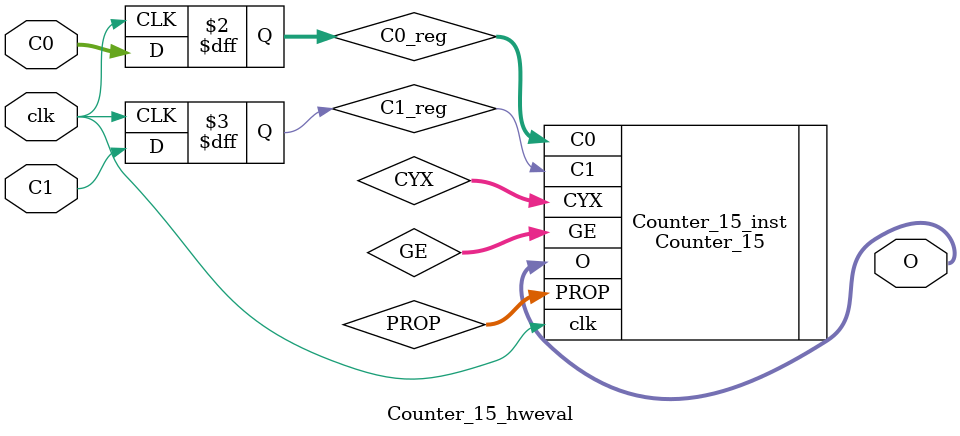
<source format=sv>
`timescale 1ns / 1ps


module Counter_15_hweval(
    input  logic         clk,
    input  logic [4 : 0] C0,
    input  logic         C1,
    output logic [2 : 0] O
    );

    logic [4 : 0] C0_reg;
    logic         C1_reg;
    logic [1 : 0] PROP;
    logic [1 : 0] GE;
    logic [1 : 0] CYX;

    always_ff @(posedge clk) begin
        C0_reg <= C0;
        C1_reg <= C1;
    end

    Counter_15 #(
        .OUTREG("TRUE" ),
        .USETNM("USET0"),
        .RLOCNM("X0Y0" ),
        .LEAVEC("TRUE" ))
    Counter_15_inst(
        .clk (clk   ),
        .C0  (C0_reg),
        .C1  (C1_reg),
        .O   (O     ),
        .PROP(PROP  ),
        .GE  (GE    ),
        .CYX (CYX   ));

endmodule

</source>
